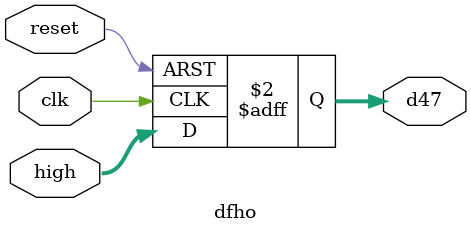
<source format=v>
module dfho(clk,reset,high,d47
    );
input clk,reset;
input [15:0] high;
output reg [15:0] d47;
always @(posedge clk,posedge reset)
begin
if(reset)
begin
    
    d47<=0;
	 
end
else 
begin
  d47<=high;
end	 

   
end

endmodule

</source>
